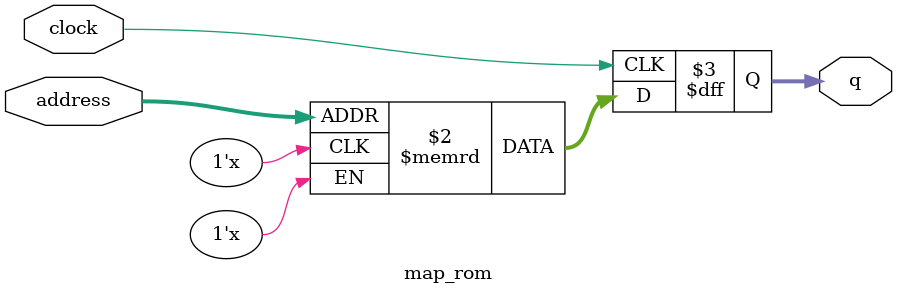
<source format=sv>
module map_rom (
	input logic clock,
	input logic [18:0] address,
	output logic [2:0] q
);

logic [2:0] memory [0:307199] /* synthesis ram_init_file = "./map/map.mif" */;

always_ff @ (posedge clock) begin
	q <= memory[address];
end

endmodule

</source>
